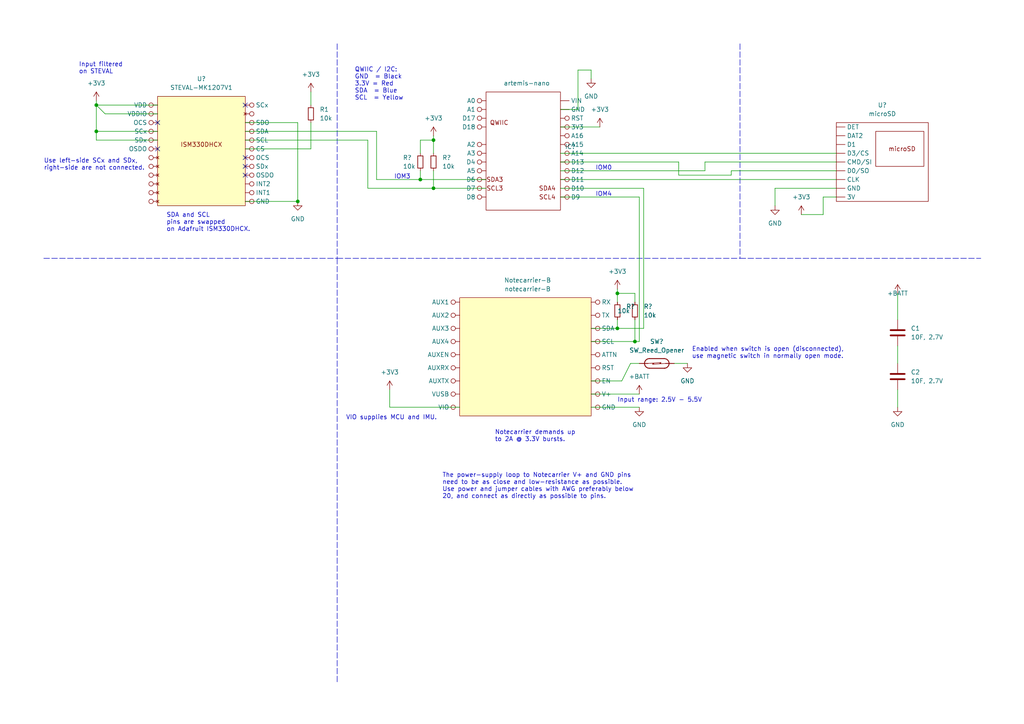
<source format=kicad_sch>
(kicad_sch (version 20211123) (generator eeschema)
  (paper "A4")
  (title_block (title "sfy") (date "2022-01-26") (rev "v2") (company "met.no") (comment 1 "Gaute Hope / gauteh@met.no"))
  (lib_symbols
    (symbol "Device:C" (pin_numbers hide) (pin_names (offset 0.254))
      (property "Reference" "C" (at 0.635 2.54 0))
      (property "Value" "C" (at 0.635 -2.54 0))
      (symbol "C_0_1"
        (polyline (pts (xy -2.032 -0.762) (xy 2.032 -0.762)) (stroke (width 0.508)))
        (polyline (pts (xy -2.032 0.762) (xy 2.032 0.762)) (stroke (width 0.508)))
      )
      (symbol "C_1_1"
        (pin passive line (at 0 3.81 270) (length 2.794) (name "~") (number "1"))
        (pin passive line (at 0 -3.81 90) (length 2.794) (name "~") (number "2"))
      )
    )
    (symbol "Device:R_Small" (pin_numbers hide) (pin_names (offset 0.254) hide)
      (property "Reference" "R" (at 0.762 0.508 0))
      (property "Value" "R_Small" (at 0.762 -1.016 0))
      (symbol "R_Small_0_1"
        (rectangle (start -0.762 1.778) (end 0.762 -1.778) (stroke (width 0.2032)))
      )
      (symbol "R_Small_1_1"
        (pin passive line (at 0 2.54 270) (length 0.762) (name "~") (number "1"))
        (pin passive line (at 0 -2.54 90) (length 0.762) (name "~") (number "2"))
      )
    )
    (symbol "Switch:SW_Reed_Opener" (pin_numbers hide) (pin_names (offset 0) hide)
      (property "Reference" "SW" (at 0 2.54 0))
      (property "Value" "SW_Reed_Opener" (at 0 -2.54 0))
      (symbol "SW_Reed_Opener_0_0"
        (arc (start -2.159 1.397) (mid -3.556 0) (end -2.159 -1.397) (stroke (width 0.254)))
        (polyline (pts (xy -2.54 0) (xy 1.27 0.254)))
        (polyline (pts (xy -2.159 -1.397) (xy 2.286 -1.397)) (stroke (width 0.254)))
        (polyline (pts (xy 2.159 1.397) (xy -2.159 1.397)) (stroke (width 0.254)))
        (polyline (pts (xy 2.54 0) (xy -1.27 -0.254)))
        (arc (start 2.159 -1.397) (mid 3.556 0) (end 2.159 1.397) (stroke (width 0.254)))
      )
      (symbol "SW_Reed_Opener_0_1"
        (rectangle (start -1.1684 0.0508) (end -0.8636 -0.2032) (fill (type outline)))
        (rectangle (start 0.889 0.1778) (end 1.143 -0.0762) (fill (type outline)))
      )
      (symbol "SW_Reed_Opener_1_1"
        (pin passive line (at -5.08 0 0) (length 2.54) (name "1") (number "1"))
        (pin passive line (at 5.08 0 180) (length 2.54) (name "2") (number "2"))
      )
    )
    (symbol "artemis:artemis-nano"
      (property "Reference" "IC?" (at 11.43 -18.4149 0))
      (property "Value" "artemis-nano" (at -6.35 0 0))
      (symbol "artemis-nano_0_0"
        (text "QWIIC" (at -7.62 -11.43 0) (effects (font (size 1.27 1.27))))
        (text "SCL3" (at -8.89 -30.48 0) (effects (font (size 1.27 1.27))))
        (text "SCL4" (at 6.35 -33.02 0) (effects (font (size 1.27 1.27))))
        (text "SDA3" (at -8.89 -27.94 0) (effects (font (size 1.27 1.27))))
        (text "SDA4" (at 6.35 -30.48 0) (effects (font (size 1.27 1.27))))
      )
      (symbol "artemis-nano_0_1"
        (rectangle (start -11.43 -2.54) (end 10.16 -36.83))
      )
      (symbol "artemis-nano_1_1"
        (pin power_in inverted (at 10.16 -12.7 0) (length 2.54) (name "3V3") (number ""))
        (pin input inverted (at -11.43 -5.08 180) (length 2.54) (name "A0") (number ""))
        (pin input inverted (at -11.43 -7.62 180) (length 2.54) (name "A1") (number ""))
        (pin input inverted (at 10.16 -20.32 0) (length 2.54) (name "A14") (number ""))
        (pin input inverted (at 10.16 -17.78 0) (length 2.54) (name "A15") (number ""))
        (pin input inverted (at 10.16 -15.24 0) (length 2.54) (name "A16") (number ""))
        (pin input inverted (at -11.43 -17.78 180) (length 2.54) (name "A2") (number ""))
        (pin input inverted (at -11.43 -20.32 180) (length 2.54) (name "A3") (number ""))
        (pin input inverted (at -11.43 -25.4 180) (length 2.54) (name "A5") (number ""))
        (pin bidirectional inverted (at 10.16 -30.48 0) (length 2.54) (name "D10") (number ""))
        (pin bidirectional inverted (at 10.16 -27.94 0) (length 2.54) (name "D11") (number ""))
        (pin bidirectional inverted (at 10.16 -25.4 0) (length 2.54) (name "D12") (number ""))
        (pin bidirectional inverted (at 10.16 -22.86 0) (length 2.54) (name "D13") (number ""))
        (pin bidirectional inverted (at -11.43 -10.16 180) (length 2.54) (name "D17") (number ""))
        (pin bidirectional inverted (at -11.43 -12.7 180) (length 2.54) (name "D18") (number ""))
        (pin bidirectional inverted (at -11.43 -22.86 180) (length 2.54) (name "D4") (number ""))
        (pin bidirectional inverted (at -11.43 -27.94 180) (length 2.54) (name "D6") (number ""))
        (pin bidirectional inverted (at -11.43 -30.48 180) (length 2.54) (name "D7") (number ""))
        (pin bidirectional inverted (at -11.43 -33.02 180) (length 2.54) (name "D8") (number ""))
        (pin bidirectional inverted (at 10.16 -33.02 0) (length 2.54) (name "D9") (number ""))
        (pin power_in line (at 10.16 -7.62 0) (length 2.54) (name "GND") (number ""))
        (pin input inverted (at 10.16 -10.16 0) (length 2.54) (name "RST") (number ""))
        (pin power_in line (at 10.16 -5.08 0) (length 2.54) (name "VIN") (number ""))
      )
    )
    (symbol "ism330dhcx:STEVAL-MK1207V1"
      (property "Reference" "U" (at 0 0 0))
      (property "Value" "STEVAL-MK1207V1" (at 1.27 -36.83 0))
      (symbol "STEVAL-MK1207V1_0_0"
        (text "ISM330DHCX" (at 0 -16.51 0) (effects (font (size 1.27 1.27))))
      )
      (symbol "STEVAL-MK1207V1_0_1"
        (rectangle (start -12.7 -2.54) (end 12.7 -34.29) (fill (type background)))
      )
      (symbol "STEVAL-MK1207V1_1_1"
        (pin no_connect inverted (at -12.7 -33.02 180) (length 2.54) (name "") (number ""))
        (pin no_connect inverted (at -12.7 -30.48 180) (length 2.54) (name "") (number ""))
        (pin no_connect inverted (at -12.7 -27.94 180) (length 2.54) (name "") (number ""))
        (pin no_connect inverted (at -12.7 -25.4 180) (length 2.54) (name "") (number ""))
        (pin no_connect inverted (at -12.7 -22.86 180) (length 2.54) (name "") (number ""))
        (pin no_connect inverted (at -12.7 -20.32 180) (length 2.54) (name "") (number ""))
        (pin no_connect inverted (at 12.7 -7.62 0) (length 2.54) (name "") (number ""))
        (pin input inverted (at 12.7 -17.78 0) (length 2.54) (name "CS") (number ""))
        (pin power_in inverted (at 12.7 -33.02 0) (length 2.54) (name "GND") (number ""))
        (pin output inverted (at 12.7 -30.48 0) (length 2.54) (name "INT1") (number ""))
        (pin output inverted (at 12.7 -27.94 0) (length 2.54) (name "INT2") (number ""))
        (pin bidirectional inverted (at -12.7 -10.16 180) (length 2.54) (name "OCS") (number ""))
        (pin input inverted (at 12.7 -20.32 0) (length 2.54) (name "OCS") (number ""))
        (pin input inverted (at -12.7 -17.78 180) (length 2.54) (name "OSDO") (number ""))
        (pin output inverted (at 12.7 -25.4 0) (length 2.54) (name "OSDO") (number ""))
        (pin input inverted (at 12.7 -15.24 0) (length 2.54) (name "SCL") (number ""))
        (pin input inverted (at -12.7 -12.7 180) (length 2.54) (name "SCx") (number ""))
        (pin input inverted (at 12.7 -5.08 0) (length 2.54) (name "SCx") (number ""))
        (pin bidirectional inverted (at 12.7 -12.7 0) (length 2.54) (name "SDA") (number ""))
        (pin bidirectional inverted (at 12.7 -10.16 0) (length 2.54) (name "SDO") (number ""))
        (pin input inverted (at -12.7 -15.24 180) (length 2.54) (name "SDx") (number ""))
        (pin input inverted (at 12.7 -22.86 0) (length 2.54) (name "SDx") (number ""))
        (pin power_in inverted (at -12.7 -5.08 180) (length 2.54) (name "VDD") (number ""))
        (pin power_in inverted (at -12.7 -7.62 180) (length 2.54) (name "VDDIO") (number ""))
      )
    )
    (symbol "microsd:microSD"
      (property "Reference" "U" (at 0 0 0))
      (property "Value" "microSD" (at 0 0 0))
      (symbol "microSD_0_0"
        (text "microSD" (at -6.35 -10.16 0) (effects (font (size 1.27 1.27))))
      )
      (symbol "microSD_0_1"
        (rectangle (start -13.97 -2.54) (end 12.7 -25.4))
        (rectangle (start -12.7 -5.08) (end 1.27 -15.24))
      )
      (symbol "microSD_1_1"
        (pin power_in line (at 12.7 -24.13 180) (length 2.54) (name "3V") (number ""))
        (pin input line (at 12.7 -19.05 180) (length 2.54) (name "CLK") (number ""))
        (pin bidirectional line (at 12.7 -13.97 180) (length 2.54) (name "CMD/SI") (number ""))
        (pin bidirectional line (at 12.7 -16.51 180) (length 2.54) (name "D0/SO") (number ""))
        (pin bidirectional line (at 12.7 -8.89 180) (length 2.54) (name "D1") (number ""))
        (pin bidirectional line (at 12.7 -11.43 180) (length 2.54) (name "D3/CS") (number ""))
        (pin bidirectional line (at 12.7 -6.35 180) (length 2.54) (name "DAT2") (number ""))
        (pin output line (at 12.7 -3.81 180) (length 2.54) (name "DET") (number ""))
        (pin power_in line (at 12.7 -21.59 180) (length 2.54) (name "GND") (number ""))
      )
    )
    (symbol "notecard:notecarrier-qwiic"
      (property "Reference" "Notecarrier-B" (at 1.905 2.54 0))
      (property "Value" "notecarrier-B" (at 1.905 0 0))
      (symbol "notecarrier-qwiic_0_0"
        (rectangle (start -17.78 -2.54) (end 20.32 -36.83) (fill (type background)))
      )
      (symbol "notecarrier-qwiic_1_1"
        (pin output inverted (at 20.32 -19.05 0) (length 2.54) (name "ATTN") (number ""))
        (pin input inverted (at -17.78 -3.81 180) (length 2.54) (name "AUX1") (number ""))
        (pin input inverted (at -17.78 -7.62 180) (length 2.54) (name "AUX2") (number ""))
        (pin input inverted (at -17.78 -11.43 180) (length 2.54) (name "AUX3") (number ""))
        (pin input inverted (at -17.78 -15.24 180) (length 2.54) (name "AUX4") (number ""))
        (pin input inverted (at -17.78 -19.05 180) (length 2.54) (name "AUXEN") (number ""))
        (pin input inverted (at -17.78 -22.86 180) (length 2.54) (name "AUXRX") (number ""))
        (pin output inverted (at -17.78 -26.67 180) (length 2.54) (name "AUXTX") (number ""))
        (pin input inverted (at 20.32 -26.67 0) (length 2.54) (name "EN") (number ""))
        (pin power_in inverted (at 20.32 -34.29 0) (length 2.54) (name "GND") (number ""))
        (pin input inverted (at 20.32 -22.86 0) (length 2.54) (name "RST") (number ""))
        (pin output inverted (at 20.32 -3.81 0) (length 2.54) (name "RX") (number ""))
        (pin input inverted (at 20.32 -15.24 0) (length 2.54) (name "SCL") (number ""))
        (pin bidirectional inverted (at 20.32 -11.43 0) (length 2.54) (name "SDA") (number ""))
        (pin output inverted (at 20.32 -7.62 0) (length 2.54) (name "TX") (number ""))
        (pin power_in inverted (at 20.32 -30.48 0) (length 2.54) (name "V+") (number ""))
        (pin power_out inverted (at -17.78 -34.29 180) (length 2.54) (name "VIO") (number ""))
        (pin power_in inverted (at -17.78 -30.48 180) (length 2.54) (name "VUSB") (number ""))
      )
    )
    (symbol "power:+3.3V" (power) (pin_names (offset 0))
      (property "Value" "+3.3V" (at 0 3.556 0))
      (symbol "+3.3V_0_1"
        (polyline (pts (xy -0.762 1.27) (xy 0 2.54)))
        (polyline (pts (xy 0 0) (xy 0 2.54)))
        (polyline (pts (xy 0 2.54) (xy 0.762 1.27)))
      )
      (symbol "+3.3V_1_1"
        (pin power_in line (at 0 0 90) (length 0) hide (name "+3V3") (number "1"))
      )
    )
    (symbol "power:+3V3" (power) (pin_names (offset 0))
      (property "Value" "+3V3" (at 0 3.556 0))
      (symbol "+3V3_0_1"
        (polyline (pts (xy -0.762 1.27) (xy 0 2.54)))
        (polyline (pts (xy 0 0) (xy 0 2.54)))
        (polyline (pts (xy 0 2.54) (xy 0.762 1.27)))
      )
      (symbol "+3V3_1_1"
        (pin power_in line (at 0 0 90) (length 0) hide (name "+3V3") (number "1"))
      )
    )
    (symbol "power:+BATT" (power) (pin_names (offset 0))
      (property "Value" "+BATT" (at 0 3.556 0))
      (symbol "+BATT_0_1"
        (polyline (pts (xy -0.762 1.27) (xy 0 2.54)))
        (polyline (pts (xy 0 0) (xy 0 2.54)))
        (polyline (pts (xy 0 2.54) (xy 0.762 1.27)))
      )
      (symbol "+BATT_1_1"
        (pin power_in line (at 0 0 90) (length 0) hide (name "+BATT") (number "1"))
      )
    )
    (symbol "power:GND" (power) (pin_names (offset 0))
      (property "Value" "GND" (at 0 -3.81 0))
      (symbol "GND_0_1"
        (polyline (pts (xy 0 0) (xy 0 -1.27) (xy 1.27 -1.27) (xy 0 -2.54) (xy -1.27 -1.27) (xy 0 -1.27)))
      )
      (symbol "GND_1_1"
        (pin power_in line (at 0 0 270) (length 0) hide (name "GND") (number "1"))
      )
    )
  )
  (junction (at 27.94 30.48))
  (junction (at 179.07 95.25))
  (junction (at 121.92 52.07))
  (junction (at 27.94 38.1))
  (junction (at 179.07 85.09))
  (junction (at 125.73 54.61))
  (junction (at 184.15 99.06))
  (junction (at 125.73 40.64))
  (junction (at 86.36 58.42))
  (no_connect (at 71.12 48.26))
  (no_connect (at 71.12 30.48))
  (no_connect (at 45.72 43.18))
  (no_connect (at 71.12 50.8))
  (no_connect (at 45.72 35.56))
  (no_connect (at 71.12 45.72))
  (wire (pts (xy 30.48 33.02) (xy 27.94 30.48)))
  (wire (pts (xy 162.56 36.83) (xy 173.99 36.83)))
  (polyline (pts (xy 97.79 74.93) (xy 214.63 74.93)))
  (wire (pts (xy 167.64 31.75) (xy 167.64 20.32)))
  (wire (pts (xy 171.45 95.25) (xy 179.07 95.25)))
  (wire (pts (xy 184.15 92.71) (xy 184.15 99.06)))
  (wire (pts (xy 86.36 35.56) (xy 86.36 58.42)))
  (wire (pts (xy 242.57 57.15) (xy 238.76 57.15)))
  (wire (pts (xy 184.15 85.09) (xy 179.07 85.09)))
  (wire (pts (xy 71.12 38.1) (xy 109.22 38.1)))
  (wire (pts (xy 162.56 57.15) (xy 185.42 57.15)))
  (wire (pts (xy 162.56 52.07) (xy 242.57 52.07)))
  (wire (pts (xy 106.68 54.61) (xy 125.73 54.61)))
  (wire (pts (xy 171.45 20.32) (xy 171.45 22.86)))
  (wire (pts (xy 238.76 62.23) (xy 232.41 62.23)))
  (wire (pts (xy 182.88 105.41) (xy 185.42 105.41)))
  (wire (pts (xy 195.58 105.41) (xy 199.39 105.41)))
  (wire (pts (xy 125.73 40.64) (xy 125.73 44.45)))
  (wire (pts (xy 212.09 50.8) (xy 212.09 49.53)))
  (wire (pts (xy 113.03 118.11) (xy 113.03 113.03)))
  (wire (pts (xy 125.73 54.61) (xy 140.97 54.61)))
  (wire (pts (xy 106.68 40.64) (xy 106.68 54.61)))
  (wire (pts (xy 109.22 52.07) (xy 121.92 52.07)))
  (wire (pts (xy 121.92 44.45) (xy 121.92 40.64)))
  (wire (pts (xy 204.47 49.53) (xy 204.47 46.99)))
  (wire (pts (xy 212.09 49.53) (xy 242.57 49.53)))
  (wire (pts (xy 121.92 49.53) (xy 121.92 52.07)))
  (wire (pts (xy 71.12 35.56) (xy 86.36 35.56)))
  (wire (pts (xy 109.22 38.1) (xy 109.22 52.07)))
  (wire (pts (xy 27.94 30.48) (xy 27.94 29.21)))
  (wire (pts (xy 133.35 118.11) (xy 113.03 118.11)))
  (wire (pts (xy 162.56 49.53) (xy 204.47 49.53)))
  (wire (pts (xy 171.45 110.49) (xy 180.34 110.49)))
  (wire (pts (xy 242.57 54.61) (xy 224.79 54.61)))
  (wire (pts (xy 125.73 49.53) (xy 125.73 54.61)))
  (wire (pts (xy 179.07 83.82) (xy 179.07 85.09)))
  (wire (pts (xy 238.76 57.15) (xy 238.76 62.23)))
  (wire (pts (xy 196.85 50.8) (xy 212.09 50.8)))
  (wire (pts (xy 196.85 46.99) (xy 196.85 50.8)))
  (wire (pts (xy 182.88 105.41) (xy 180.34 110.49)))
  (wire (pts (xy 162.56 31.75) (xy 167.64 31.75)))
  (wire (pts (xy 121.92 52.07) (xy 140.97 52.07)))
  (wire (pts (xy 179.07 85.09) (xy 179.07 87.63)))
  (wire (pts (xy 260.35 85.09) (xy 260.35 92.71)))
  (wire (pts (xy 125.73 39.37) (xy 125.73 40.64)))
  (wire (pts (xy 90.17 43.18) (xy 90.17 35.56)))
  (wire (pts (xy 185.42 99.06) (xy 184.15 99.06)))
  (wire (pts (xy 184.15 99.06) (xy 171.45 99.06)))
  (wire (pts (xy 171.45 114.3) (xy 185.42 114.3)))
  (wire (pts (xy 45.72 40.64) (xy 27.94 40.64)))
  (wire (pts (xy 260.35 113.03) (xy 260.35 118.11)))
  (wire (pts (xy 121.92 40.64) (xy 125.73 40.64)))
  (wire (pts (xy 185.42 57.15) (xy 185.42 99.06)))
  (wire (pts (xy 204.47 46.99) (xy 242.57 46.99)))
  (wire (pts (xy 90.17 26.67) (xy 90.17 30.48)))
  (wire (pts (xy 184.15 87.63) (xy 184.15 85.09)))
  (wire (pts (xy 162.56 44.45) (xy 242.57 44.45)))
  (wire (pts (xy 71.12 43.18) (xy 90.17 43.18)))
  (wire (pts (xy 167.64 20.32) (xy 171.45 20.32)))
  (polyline (pts (xy 97.79 74.93) (xy 97.79 198.12)))
  (wire (pts (xy 162.56 46.99) (xy 196.85 46.99)))
  (wire (pts (xy 45.72 38.1) (xy 27.94 38.1)))
  (polyline (pts (xy 97.79 12.7) (xy 97.79 74.93)))
  (wire (pts (xy 71.12 58.42) (xy 86.36 58.42)))
  (wire (pts (xy 27.94 40.64) (xy 27.94 38.1)))
  (wire (pts (xy 224.79 54.61) (xy 224.79 59.69)))
  (wire (pts (xy 186.69 95.25) (xy 186.69 54.61)))
  (polyline (pts (xy 214.63 74.93) (xy 284.48 74.93)))
  (polyline (pts (xy 12.7 74.93) (xy 97.79 74.93)))
  (wire (pts (xy 260.35 100.33) (xy 260.35 105.41)))
  (wire (pts (xy 171.45 118.11) (xy 185.42 118.11)))
  (wire (pts (xy 179.07 92.71) (xy 179.07 95.25)))
  (wire (pts (xy 186.69 54.61) (xy 162.56 54.61)))
  (wire (pts (xy 27.94 38.1) (xy 27.94 30.48)))
  (polyline (pts (xy 214.63 12.7) (xy 214.63 74.93)))
  (wire (pts (xy 179.07 95.25) (xy 186.69 95.25)))
  (wire (pts (xy 30.48 33.02) (xy 45.72 33.02)))
  (wire (pts (xy 71.12 40.64) (xy 106.68 40.64)))
  (wire (pts (xy 27.94 30.48) (xy 45.72 30.48)))
  (text "Notecarrier demands up \nto 2A @ 3.3V bursts." (at 143.51 128.27 0) (effects (font (size 1.27 1.27)) (justify left bottom)))
  (text "Use left-side SCx and SDx,\nright-side are not connected." (at 12.7 49.53 0) (effects (font (size 1.27 1.27)) (justify left bottom)))
  (text "Input filtered \non STEVAL" (at 22.86 21.59 0) (effects (font (size 1.27 1.27)) (justify left bottom)))
  (text "The power-supply loop to Notecarrier V+ and GND pins\nneed to be as close and low-resistance as possible.\nUse power and jumper cables with AWG preferably below\n20, and connect as directly as possible to pins." (at 128.27 144.78 0) (effects (font (size 1.27 1.27)) (justify left bottom)))
  (text "VIO supplies MCU and IMU." (at 100.33 121.92 0) (effects (font (size 1.27 1.27)) (justify left bottom)))
  (text "SDA and SCL\npins are swapped\non Adafruit ISM330DHCX." (at 48.26 67.31 0) (effects (font (size 1.27 1.27)) (justify left bottom)))
  (text "IOM4" (at 172.72 57.15 0) (effects (font (size 1.27 1.27)) (justify left bottom)))
  (text "IOM0" (at 172.72 49.53 0) (effects (font (size 1.27 1.27)) (justify left bottom)))
  (text "Input range: 2.5V - 5.5V" (at 179.07 116.84 0) (effects (font (size 1.27 1.27)) (justify left bottom)))
  (text "QWIIC / I2C:\nGND  = Black\n3.3V = Red\nSDA  = Blue\nSCL  = Yellow" (at 102.87 29.21 0) (effects (font (size 1.27 1.27)) (justify left bottom)))
  (text "Enabled when switch is open (disconnected),\nuse magnetic switch in normally open mode." (at 200.66 104.14 0) (effects (font (size 1.27 1.27)) (justify left bottom)))
  (text "IOM3" (at 114.3 52.07 0) (effects (font (size 1.27 1.27)) (justify left bottom)))
  (symbol (lib_id "power:+3.3V") (at 113.03 113.03 0) (unit 1)
    (property "Reference" "#PWR?" (effects hide))
    (property "Value" "+3.3V" (at 113.03 107.95 0))
  )
  (symbol (lib_id "Device:R_Small") (at 179.07 90.17 0) (unit 1)
    (property "Reference" "R?" (at 181.61 88.8999 0) (effects (justify left)))
    (property "Value" "10k" (at 179.07 90.17 0) (effects (justify left)))
  )
  (symbol (lib_id "power:GND") (at 185.42 118.11 0) (unit 1)
    (property "Reference" "#PWR?" (effects hide))
    (property "Value" "GND" (at 185.42 123.19 0))
  )
  (symbol (lib_id "notecard:notecarrier-qwiic") (at 151.13 83.82 0) (unit 1)
    (property "Reference" "Notecarrier-B" (at 153.035 81.28 0))
    (property "Value" "notecarrier-B" (at 153.035 83.82 0))
  )
  (symbol (lib_id "power:+3V3") (at 179.07 83.82 0) (unit 1)
    (property "Reference" "#PWR?" (effects hide))
    (property "Value" "+3V3" (at 179.07 78.74 0))
  )
  (symbol (lib_id "ism330dhcx:STEVAL-MK1207V1") (at 58.42 25.4 0) (unit 1)
    (property "Reference" "U?" (at 58.42 22.86 0))
    (property "Value" "STEVAL-MK1207V1" (at 58.42 25.4 0))
  )
  (symbol (lib_id "Device:C") (at 260.35 109.22 0) (unit 1)
    (property "Reference" "C2" (at 264.16 107.9499 0) (effects (justify left)))
    (property "Value" "10F, 2.7V" (at 264.16 110.4899 0) (effects (justify left)))
  )
  (symbol (lib_id "Device:C") (at 260.35 96.52 0) (unit 1)
    (property "Reference" "C1" (at 264.16 95.2499 0) (effects (justify left)))
    (property "Value" "10F, 2.7V" (at 264.16 97.7899 0) (effects (justify left)))
  )
  (symbol (lib_id "power:GND") (at 199.39 105.41 0) (unit 1)
    (property "Reference" "#PWR?" (effects hide))
    (property "Value" "GND" (at 199.39 110.49 0))
  )
  (symbol (lib_id "power:GND") (at 224.79 59.69 0) (mirror y) (unit 1)
    (property "Reference" "#PWR?" (effects hide))
    (property "Value" "GND" (at 224.79 64.77 0))
  )
  (symbol (lib_id "power:+3.3V") (at 27.94 29.21 0) (unit 1)
    (property "Reference" "#PWR?" (effects hide))
    (property "Value" "+3.3V" (at 27.94 24.13 0))
  )
  (symbol (lib_id "power:+3.3V") (at 232.41 62.23 0) (mirror y) (unit 1)
    (property "Reference" "#PWR?" (effects hide))
    (property "Value" "+3.3V" (at 232.41 57.15 0))
  )
  (symbol (lib_id "microsd:microSD") (at 255.27 33.02 0) (mirror y) (unit 1)
    (property "Reference" "U?" (at 255.905 30.48 0))
    (property "Value" "microSD" (at 255.905 33.02 0))
  )
  (symbol (lib_id "power:GND") (at 86.36 58.42 0) (unit 1)
    (property "Reference" "#PWR?" (effects hide))
    (property "Value" "GND" (at 86.36 63.5 0))
  )
  (symbol (lib_id "Device:R_Small") (at 90.17 33.02 0) (unit 1)
    (property "Reference" "R1" (at 92.71 31.7499 0) (effects (justify left)))
    (property "Value" "10k" (at 92.71 34.2899 0) (effects (justify left)))
  )
  (symbol (lib_id "Device:R_Small") (at 125.73 46.99 0) (unit 1)
    (property "Reference" "R?" (at 128.27 45.7199 0) (effects (justify left)))
    (property "Value" "10k" (at 128.27 48.2599 0) (effects (justify left)))
  )
  (symbol (lib_id "artemis:artemis-nano") (at 152.4 24.13 0) (unit 1)
    (property "Reference" "IC?" (at 163.83 42.5449 0) (effects (justify left)))
    (property "Value" "artemis-nano" (at 146.05 24.13 0) (effects (justify left)))
  )
  (symbol (lib_id "power:+3V3") (at 90.17 26.67 0) (unit 1)
    (property "Reference" "#PWR?" (effects hide))
    (property "Value" "+3V3" (at 90.17 21.59 0))
  )
  (symbol (lib_id "power:+BATT") (at 260.35 85.09 0) (unit 1)
    (property "Reference" "#PWR?" (effects hide))
    (property "Value" "+BATT" (at 260.35 85.09 0))
  )
  (symbol (lib_id "power:+3V3") (at 125.73 39.37 0) (unit 1)
    (property "Reference" "#PWR?" (effects hide))
    (property "Value" "+3V3" (at 125.73 34.29 0))
  )
  (symbol (lib_id "Device:R_Small") (at 184.15 90.17 0) (unit 1)
    (property "Reference" "R?" (at 186.69 88.8999 0) (effects (justify left)))
    (property "Value" "10k" (at 186.69 91.4399 0) (effects (justify left)))
  )
  (symbol (lib_id "power:+BATT") (at 185.42 114.3 0) (unit 1)
    (property "Reference" "#PWR?" (effects hide))
    (property "Value" "+BATT" (at 185.42 109.22 0))
  )
  (symbol (lib_id "Device:R_Small") (at 121.92 46.99 0) (mirror y) (unit 1)
    (property "Reference" "R?" (at 116.84 45.72 0) (effects (justify right)))
    (property "Value" "10k" (at 116.84 48.26 0) (effects (justify right)))
  )
  (symbol (lib_id "power:GND") (at 260.35 118.11 0) (unit 1)
    (property "Reference" "#PWR?" (effects hide))
    (property "Value" "GND" (at 260.35 123.19 0))
  )
  (symbol (lib_id "power:+3.3V") (at 173.99 36.83 0) (unit 1)
    (property "Reference" "#PWR?" (effects hide))
    (property "Value" "+3.3V" (at 173.99 31.75 0))
  )
  (symbol (lib_id "power:GND") (at 171.45 22.86 0) (unit 1)
    (property "Reference" "#PWR?" (effects hide))
    (property "Value" "GND" (at 171.45 27.94 0))
  )
  (symbol (lib_id "Switch:SW_Reed_Opener") (at 190.5 105.41 0) (unit 1)
    (property "Reference" "SW?" (at 190.5 99.06 0))
    (property "Value" "SW_Reed_Opener" (at 190.5 101.6 0))
  )
)
</source>
